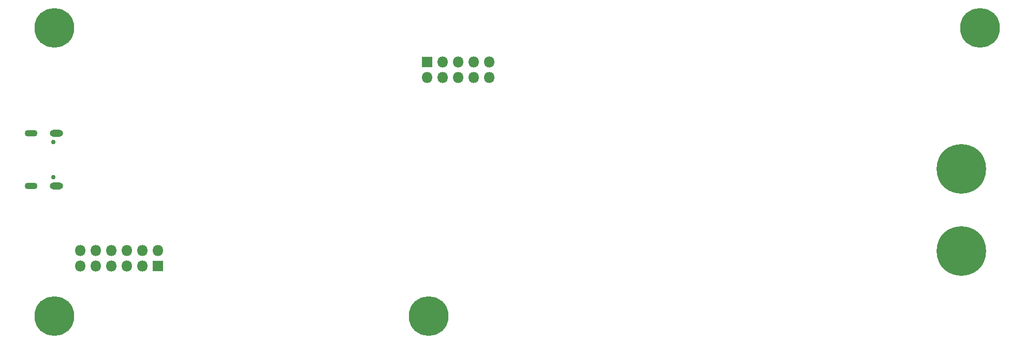
<source format=gbr>
%TF.GenerationSoftware,KiCad,Pcbnew,(5.1.6)-1*%
%TF.CreationDate,2020-09-17T14:23:21+02:00*%
%TF.ProjectId,USB_PD_PSU,5553425f-5044-45f5-9053-552e6b696361,rev?*%
%TF.SameCoordinates,Original*%
%TF.FileFunction,Soldermask,Bot*%
%TF.FilePolarity,Negative*%
%FSLAX46Y46*%
G04 Gerber Fmt 4.6, Leading zero omitted, Abs format (unit mm)*
G04 Created by KiCad (PCBNEW (5.1.6)-1) date 2020-09-17 14:23:21*
%MOMM*%
%LPD*%
G01*
G04 APERTURE LIST*
%ADD10R,1.800000X1.800000*%
%ADD11O,1.800000X1.800000*%
%ADD12C,0.750000*%
%ADD13O,2.200000X1.150000*%
%ADD14O,2.100000X1.100000*%
%ADD15C,8.100000*%
%ADD16C,0.900000*%
%ADD17C,6.500000*%
G04 APERTURE END LIST*
D10*
%TO.C,J2*%
X54584600Y-80416400D03*
D11*
X54584600Y-77876400D03*
X52044600Y-80416400D03*
X52044600Y-77876400D03*
X49504600Y-80416400D03*
X49504600Y-77876400D03*
X46964600Y-80416400D03*
X46964600Y-77876400D03*
X44424600Y-80416400D03*
X44424600Y-77876400D03*
X41884600Y-80416400D03*
X41884600Y-77876400D03*
%TD*%
D10*
%TO.C,J3*%
X98552000Y-46990000D03*
D11*
X98552000Y-49530000D03*
X101092000Y-46990000D03*
X101092000Y-49530000D03*
X103632000Y-46990000D03*
X103632000Y-49530000D03*
X106172000Y-46990000D03*
X106172000Y-49530000D03*
X108712000Y-46990000D03*
X108712000Y-49530000D03*
%TD*%
D12*
%TO.C,J1*%
X37462000Y-60102000D03*
X37462000Y-65882000D03*
D13*
X37962000Y-67312000D03*
X37962000Y-58672000D03*
D14*
X33782000Y-67312000D03*
X33782000Y-58672000D03*
%TD*%
D15*
%TO.C,J4*%
X185928000Y-64516000D03*
%TD*%
%TO.C,J5*%
X185928000Y-77978000D03*
%TD*%
D16*
%TO.C,H1*%
X39289056Y-39704944D03*
X37592000Y-39002000D03*
X35894944Y-39704944D03*
X35192000Y-41402000D03*
X35894944Y-43099056D03*
X37592000Y-43802000D03*
X39289056Y-43099056D03*
X39992000Y-41402000D03*
D17*
X37592000Y-41402000D03*
%TD*%
%TO.C,H2*%
X37592000Y-88646000D03*
D16*
X39992000Y-88646000D03*
X39289056Y-90343056D03*
X37592000Y-91046000D03*
X35894944Y-90343056D03*
X35192000Y-88646000D03*
X35894944Y-86948944D03*
X37592000Y-86246000D03*
X39289056Y-86948944D03*
%TD*%
D17*
%TO.C,H3*%
X188976000Y-41402000D03*
D16*
X191376000Y-41402000D03*
X190673056Y-43099056D03*
X188976000Y-43802000D03*
X187278944Y-43099056D03*
X186576000Y-41402000D03*
X187278944Y-39704944D03*
X188976000Y-39002000D03*
X190673056Y-39704944D03*
%TD*%
%TO.C,H4*%
X100503056Y-86948944D03*
X98806000Y-86246000D03*
X97108944Y-86948944D03*
X96406000Y-88646000D03*
X97108944Y-90343056D03*
X98806000Y-91046000D03*
X100503056Y-90343056D03*
X101206000Y-88646000D03*
D17*
X98806000Y-88646000D03*
%TD*%
M02*

</source>
